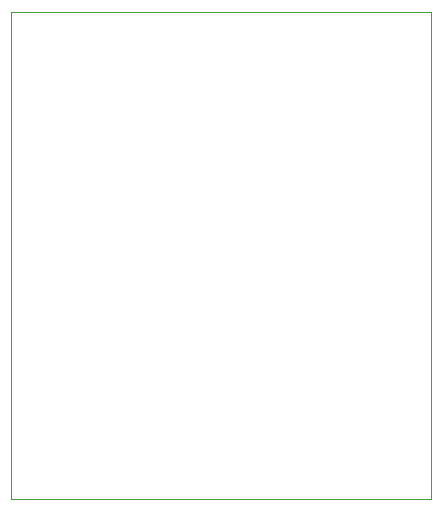
<source format=gbr>
%TF.GenerationSoftware,KiCad,Pcbnew,(5.1.9)-1*%
%TF.CreationDate,2021-11-06T20:20:06+07:00*%
%TF.ProjectId,PMT_Mini_Amp,504d545f-4d69-46e6-995f-416d702e6b69,rev?*%
%TF.SameCoordinates,Original*%
%TF.FileFunction,Profile,NP*%
%FSLAX46Y46*%
G04 Gerber Fmt 4.6, Leading zero omitted, Abs format (unit mm)*
G04 Created by KiCad (PCBNEW (5.1.9)-1) date 2021-11-06 20:20:06*
%MOMM*%
%LPD*%
G01*
G04 APERTURE LIST*
%TA.AperFunction,Profile*%
%ADD10C,0.050000*%
%TD*%
G04 APERTURE END LIST*
D10*
X162560000Y-123825000D02*
X162560000Y-165100000D01*
X127000000Y-123825000D02*
X162560000Y-123825000D01*
X127000000Y-165100000D02*
X127000000Y-123825000D01*
X162560000Y-165100000D02*
X127000000Y-165100000D01*
M02*

</source>
